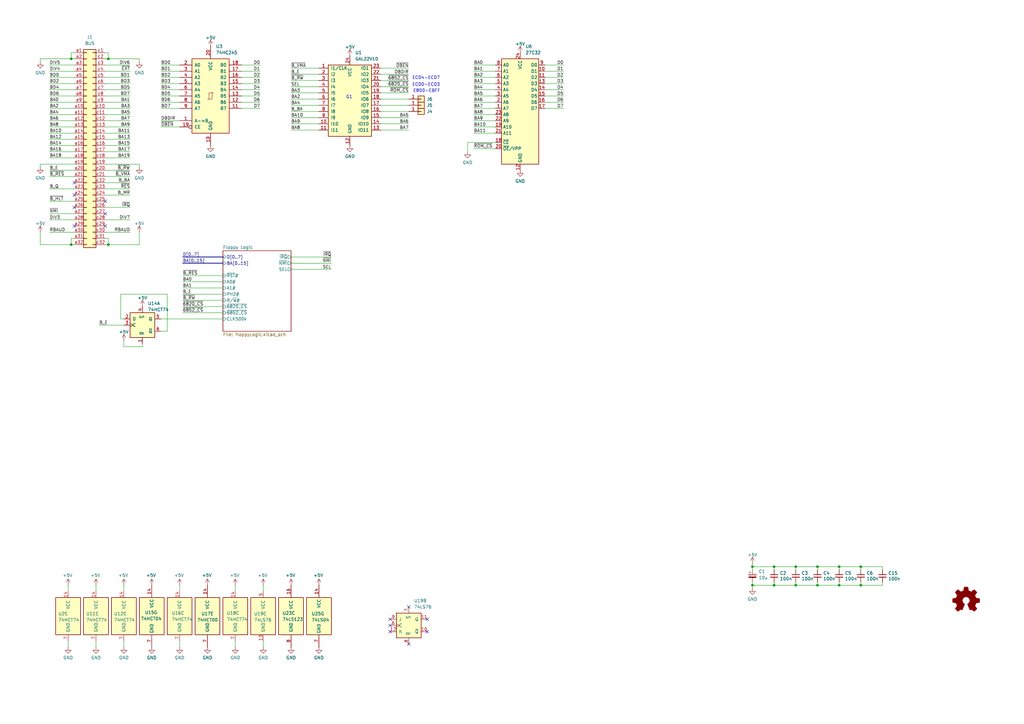
<source format=kicad_sch>
(kicad_sch (version 20250114) (generator "eeschema") (generator_version "9.0")
  (paper "A3")
  (title_block (title "Exorset Floppy") (date "2025-08-22") (rev "v0.1") (company "100% Offner") (comment 1 "Exorset Floppy Controller for kees1948 UniFLEX System") (comment 2 "v0.1:Initial"))
  (text "EC00-EC03" (at 174.752 34.798 0) (effects (font (size 1.27 1.27))))
  (text "G1\n" (at 143.256 39.878 0) (effects (font (size 1.27 1.27))))
  (text "EC04-EC07" (at 174.752 32.004 0) (effects (font (size 1.27 1.27))))
  (text "E800-EBFF\n" (at 175.006 37.338 0) (effects (font (size 1.27 1.27))))
  (junction (at 326.39 232.41))
  (junction (at 44.45 24.13))
  (junction (at 29.21 100.33))
  (junction (at 335.28 240.03))
  (junction (at 353.06 232.41))
  (junction (at 344.17 240.03))
  (junction (at 326.39 240.03))
  (junction (at 353.06 240.03))
  (junction (at 308.61 232.41))
  (junction (at 335.28 232.41))
  (junction (at 317.5 240.03))
  (junction (at 317.5 232.41))
  (junction (at 44.45 100.33))
  (junction (at 308.61 240.03))
  (junction (at 344.17 232.41))
  (junction (at 29.21 24.13))
  (no_connect (at 30.48 74.93))
  (no_connect (at 30.48 85.09))
  (no_connect (at 30.48 80.01))
  (no_connect (at 43.18 82.55))
  (no_connect (at 167.64 248.92))
  (no_connect (at 30.48 92.71))
  (no_connect (at 160.02 259.08))
  (no_connect (at 175.26 254))
  (no_connect (at 160.02 254))
  (no_connect (at 175.26 259.08))
  (no_connect (at 43.18 92.71))
  (no_connect (at 43.18 87.63))
  (no_connect (at 167.64 264.16))
  (no_connect (at 160.02 256.54))
  (wire (pts (xy 20.32 54.61) (xy 30.48 54.61)))
  (wire (pts (xy 156.21 35.56) (xy 167.64 35.56)))
  (wire (pts (xy 57.15 100.33) (xy 57.15 95.25)))
  (wire (pts (xy 361.95 233.68) (xy 361.95 232.41)))
  (wire (pts (xy 119.38 53.34) (xy 130.81 53.34)))
  (wire (pts (xy 20.32 44.45) (xy 30.48 44.45)))
  (wire (pts (xy 50.8 139.7) (xy 50.8 142.24)))
  (wire (pts (xy 335.28 233.68) (xy 335.28 232.41)))
  (wire (pts (xy 223.52 41.91) (xy 231.14 41.91)))
  (wire (pts (xy 99.06 36.83) (xy 106.68 36.83)))
  (wire (pts (xy 43.18 69.85) (xy 53.34 69.85)))
  (wire (pts (xy 43.18 34.29) (xy 53.34 34.29)))
  (wire (pts (xy 308.61 232.41) (xy 308.61 233.68)))
  (wire (pts (xy 43.18 62.23) (xy 53.34 62.23)))
  (wire (pts (xy 43.18 54.61) (xy 53.34 54.61)))
  (wire (pts (xy 223.52 31.75) (xy 231.14 31.75)))
  (wire (pts (xy 344.17 233.68) (xy 344.17 232.41)))
  (wire (pts (xy 43.18 59.69) (xy 53.34 59.69)))
  (wire (pts (xy 335.28 240.03) (xy 335.28 238.76)))
  (wire (pts (xy 39.37 240.03) (xy 39.37 242.57)))
  (wire (pts (xy 99.06 39.37) (xy 106.68 39.37)))
  (wire (pts (xy 74.93 115.57) (xy 91.44 115.57)))
  (wire (pts (xy 66.04 135.89) (xy 68.58 135.89)))
  (wire (pts (xy 74.93 120.65) (xy 91.44 120.65)))
  (wire (pts (xy 20.32 57.15) (xy 30.48 57.15)))
  (wire (pts (xy 156.21 30.48) (xy 167.64 30.48)))
  (wire (pts (xy 44.45 24.13) (xy 43.18 24.13)))
  (wire (pts (xy 20.32 26.67) (xy 30.48 26.67)))
  (wire (pts (xy 66.04 31.75) (xy 73.66 31.75)))
  (wire (pts (xy 308.61 231.14) (xy 308.61 232.41)))
  (wire (pts (xy 119.38 45.72) (xy 130.81 45.72)))
  (wire (pts (xy 20.32 29.21) (xy 30.48 29.21)))
  (wire (pts (xy 57.15 67.31) (xy 57.15 68.58)))
  (wire (pts (xy 57.15 24.13) (xy 57.15 25.4)))
  (wire (pts (xy 43.18 46.99) (xy 53.34 46.99)))
  (wire (pts (xy 43.18 36.83) (xy 53.34 36.83)))
  (wire (pts (xy 43.18 41.91) (xy 53.34 41.91)))
  (wire (pts (xy 20.32 72.39) (xy 30.48 72.39)))
  (wire (pts (xy 194.31 41.91) (xy 203.2 41.91)))
  (wire (pts (xy 20.32 34.29) (xy 30.48 34.29)))
  (wire (pts (xy 20.32 49.53) (xy 30.48 49.53)))
  (wire (pts (xy 107.95 240.03) (xy 107.95 242.57)))
  (wire (pts (xy 44.45 24.13) (xy 57.15 24.13)))
  (wire (pts (xy 74.93 113.03) (xy 91.44 113.03)))
  (wire (pts (xy 223.52 36.83) (xy 231.14 36.83)))
  (wire (pts (xy 16.51 24.13) (xy 16.51 25.4)))
  (wire (pts (xy 66.04 34.29) (xy 73.66 34.29)))
  (wire (pts (xy 194.31 29.21) (xy 203.2 29.21)))
  (wire (pts (xy 43.18 67.31) (xy 57.15 67.31)))
  (wire (pts (xy 194.31 36.83) (xy 203.2 36.83)))
  (wire (pts (xy 353.06 240.03) (xy 353.06 238.76)))
  (wire (pts (xy 223.52 26.67) (xy 231.14 26.67)))
  (wire (pts (xy 20.32 39.37) (xy 30.48 39.37)))
  (wire (pts (xy 156.21 53.34) (xy 167.64 53.34)))
  (wire (pts (xy 361.95 240.03) (xy 361.95 238.76)))
  (bus (pts (xy 74.93 105.41) (xy 91.44 105.41)))
  (wire (pts (xy 66.04 29.21) (xy 73.66 29.21)))
  (wire (pts (xy 43.18 64.77) (xy 53.34 64.77)))
  (wire (pts (xy 20.32 41.91) (xy 30.48 41.91)))
  (wire (pts (xy 73.66 262.89) (xy 73.66 265.43)))
  (wire (pts (xy 43.18 44.45) (xy 53.34 44.45)))
  (wire (pts (xy 194.31 49.53) (xy 203.2 49.53)))
  (wire (pts (xy 353.06 232.41) (xy 361.95 232.41)))
  (wire (pts (xy 43.18 31.75) (xy 53.34 31.75)))
  (wire (pts (xy 20.32 46.99) (xy 30.48 46.99)))
  (wire (pts (xy 43.18 29.21) (xy 53.34 29.21)))
  (wire (pts (xy 191.77 58.42) (xy 191.77 62.23)))
  (wire (pts (xy 20.32 59.69) (xy 30.48 59.69)))
  (wire (pts (xy 156.21 45.72) (xy 167.64 45.72)))
  (wire (pts (xy 66.04 130.81) (xy 91.44 130.81)))
  (wire (pts (xy 66.04 41.91) (xy 73.66 41.91)))
  (wire (pts (xy 194.31 34.29) (xy 203.2 34.29)))
  (wire (pts (xy 96.52 262.89) (xy 96.52 265.43)))
  (wire (pts (xy 20.32 77.47) (xy 30.48 77.47)))
  (wire (pts (xy 20.32 82.55) (xy 30.48 82.55)))
  (wire (pts (xy 191.77 58.42) (xy 203.2 58.42)))
  (wire (pts (xy 74.93 123.19) (xy 91.44 123.19)))
  (wire (pts (xy 20.32 31.75) (xy 30.48 31.75)))
  (wire (pts (xy 156.21 50.8) (xy 167.64 50.8)))
  (wire (pts (xy 99.06 29.21) (xy 106.68 29.21)))
  (wire (pts (xy 156.21 43.18) (xy 167.64 43.18)))
  (wire (pts (xy 194.31 44.45) (xy 203.2 44.45)))
  (wire (pts (xy 50.8 240.03) (xy 50.8 242.57)))
  (wire (pts (xy 119.38 48.26) (xy 130.81 48.26)))
  (wire (pts (xy 308.61 232.41) (xy 317.5 232.41)))
  (wire (pts (xy 119.38 43.18) (xy 130.81 43.18)))
  (wire (pts (xy 119.38 33.02) (xy 130.81 33.02)))
  (wire (pts (xy 29.21 100.33) (xy 16.51 100.33)))
  (wire (pts (xy 16.51 100.33) (xy 16.51 95.25)))
  (wire (pts (xy 119.38 107.95) (xy 135.89 107.95)))
  (wire (pts (xy 66.04 26.67) (xy 73.66 26.67)))
  (wire (pts (xy 119.38 30.48) (xy 130.81 30.48)))
  (wire (pts (xy 43.18 74.93) (xy 53.34 74.93)))
  (wire (pts (xy 43.18 80.01) (xy 53.34 80.01)))
  (wire (pts (xy 66.04 39.37) (xy 73.66 39.37)))
  (wire (pts (xy 119.38 27.94) (xy 130.81 27.94)))
  (wire (pts (xy 43.18 39.37) (xy 53.34 39.37)))
  (wire (pts (xy 326.39 240.03) (xy 326.39 238.76)))
  (wire (pts (xy 317.5 240.03) (xy 308.61 240.03)))
  (wire (pts (xy 223.52 34.29) (xy 231.14 34.29)))
  (wire (pts (xy 353.06 240.03) (xy 361.95 240.03)))
  (wire (pts (xy 99.06 31.75) (xy 106.68 31.75)))
  (wire (pts (xy 20.32 64.77) (xy 30.48 64.77)))
  (wire (pts (xy 326.39 232.41) (xy 335.28 232.41)))
  (wire (pts (xy 119.38 35.56) (xy 130.81 35.56)))
  (wire (pts (xy 99.06 41.91) (xy 106.68 41.91)))
  (wire (pts (xy 39.37 262.89) (xy 39.37 265.43)))
  (wire (pts (xy 44.45 21.59) (xy 44.45 24.13)))
  (wire (pts (xy 107.95 262.89) (xy 107.95 265.43)))
  (wire (pts (xy 43.18 90.17) (xy 53.34 90.17)))
  (wire (pts (xy 68.58 120.65) (xy 49.53 120.65)))
  (wire (pts (xy 353.06 233.68) (xy 353.06 232.41)))
  (wire (pts (xy 30.48 100.33) (xy 29.21 100.33)))
  (wire (pts (xy 99.06 26.67) (xy 106.68 26.67)))
  (wire (pts (xy 74.93 118.11) (xy 91.44 118.11)))
  (wire (pts (xy 119.38 40.64) (xy 130.81 40.64)))
  (wire (pts (xy 58.42 142.24) (xy 58.42 140.97)))
  (wire (pts (xy 20.32 90.17) (xy 30.48 90.17)))
  (wire (pts (xy 27.94 240.03) (xy 27.94 242.57)))
  (wire (pts (xy 194.31 54.61) (xy 203.2 54.61)))
  (wire (pts (xy 43.18 77.47) (xy 53.34 77.47)))
  (wire (pts (xy 43.18 85.09) (xy 53.34 85.09)))
  (wire (pts (xy 20.32 95.25) (xy 30.48 95.25)))
  (wire (pts (xy 194.31 39.37) (xy 203.2 39.37)))
  (wire (pts (xy 156.21 33.02) (xy 167.64 33.02)))
  (wire (pts (xy 43.18 100.33) (xy 44.45 100.33)))
  (wire (pts (xy 119.38 50.8) (xy 130.81 50.8)))
  (wire (pts (xy 335.28 240.03) (xy 344.17 240.03)))
  (wire (pts (xy 29.21 21.59) (xy 29.21 24.13)))
  (wire (pts (xy 308.61 241.3) (xy 308.61 240.03)))
  (wire (pts (xy 50.8 142.24) (xy 58.42 142.24)))
  (wire (pts (xy 20.32 36.83) (xy 30.48 36.83)))
  (wire (pts (xy 317.5 240.03) (xy 317.5 238.76)))
  (wire (pts (xy 344.17 240.03) (xy 344.17 238.76)))
  (wire (pts (xy 30.48 21.59) (xy 29.21 21.59)))
  (wire (pts (xy 317.5 233.68) (xy 317.5 232.41)))
  (wire (pts (xy 44.45 100.33) (xy 57.15 100.33)))
  (wire (pts (xy 119.38 105.41) (xy 135.89 105.41)))
  (wire (pts (xy 326.39 240.03) (xy 335.28 240.03)))
  (wire (pts (xy 344.17 232.41) (xy 353.06 232.41)))
  (wire (pts (xy 74.93 128.27) (xy 91.44 128.27)))
  (wire (pts (xy 27.94 262.89) (xy 27.94 265.43)))
  (wire (pts (xy 30.48 97.79) (xy 29.21 97.79)))
  (wire (pts (xy 96.52 240.03) (xy 96.52 242.57)))
  (wire (pts (xy 43.18 95.25) (xy 53.34 95.25)))
  (wire (pts (xy 66.04 44.45) (xy 73.66 44.45)))
  (wire (pts (xy 43.18 97.79) (xy 44.45 97.79)))
  (wire (pts (xy 194.31 46.99) (xy 203.2 46.99)))
  (wire (pts (xy 223.52 44.45) (xy 231.14 44.45)))
  (wire (pts (xy 29.21 24.13) (xy 30.48 24.13)))
  (wire (pts (xy 99.06 44.45) (xy 106.68 44.45)))
  (wire (pts (xy 119.38 110.49) (xy 135.89 110.49)))
  (wire (pts (xy 29.21 97.79) (xy 29.21 100.33)))
  (wire (pts (xy 223.52 39.37) (xy 231.14 39.37)))
  (wire (pts (xy 20.32 52.07) (xy 30.48 52.07)))
  (wire (pts (xy 194.31 60.96) (xy 203.2 60.96)))
  (wire (pts (xy 16.51 67.31) (xy 30.48 67.31)))
  (wire (pts (xy 156.21 40.64) (xy 167.64 40.64)))
  (wire (pts (xy 44.45 97.79) (xy 44.45 100.33)))
  (wire (pts (xy 43.18 26.67) (xy 53.34 26.67)))
  (wire (pts (xy 326.39 233.68) (xy 326.39 232.41)))
  (wire (pts (xy 40.64 133.35) (xy 50.8 133.35)))
  (wire (pts (xy 43.18 72.39) (xy 53.34 72.39)))
  (wire (pts (xy 156.21 27.94) (xy 167.64 27.94)))
  (wire (pts (xy 223.52 29.21) (xy 231.14 29.21)))
  (wire (pts (xy 68.58 135.89) (xy 68.58 120.65)))
  (wire (pts (xy 66.04 36.83) (xy 73.66 36.83)))
  (wire (pts (xy 49.53 120.65) (xy 49.53 130.81)))
  (wire (pts (xy 156.21 38.1) (xy 167.64 38.1)))
  (wire (pts (xy 50.8 262.89) (xy 50.8 265.43)))
  (wire (pts (xy 335.28 232.41) (xy 344.17 232.41)))
  (wire (pts (xy 29.21 24.13) (xy 16.51 24.13)))
  (wire (pts (xy 43.18 21.59) (xy 44.45 21.59)))
  (wire (pts (xy 43.18 52.07) (xy 53.34 52.07)))
  (wire (pts (xy 344.17 240.03) (xy 353.06 240.03)))
  (wire (pts (xy 74.93 125.73) (xy 91.44 125.73)))
  (wire (pts (xy 43.18 57.15) (xy 53.34 57.15)))
  (wire (pts (xy 119.38 38.1) (xy 130.81 38.1)))
  (wire (pts (xy 317.5 232.41) (xy 326.39 232.41)))
  (wire (pts (xy 317.5 240.03) (xy 326.39 240.03)))
  (wire (pts (xy 194.31 31.75) (xy 203.2 31.75)))
  (wire (pts (xy 16.51 67.31) (xy 16.51 68.58)))
  (wire (pts (xy 194.31 52.07) (xy 203.2 52.07)))
  (wire (pts (xy 20.32 69.85) (xy 30.48 69.85)))
  (bus (pts (xy 74.93 107.95) (xy 91.44 107.95)))
  (wire (pts (xy 20.32 87.63) (xy 30.48 87.63)))
  (wire (pts (xy 194.31 26.67) (xy 203.2 26.67)))
  (wire (pts (xy 308.61 240.03) (xy 308.61 238.76)))
  (wire (pts (xy 43.18 49.53) (xy 53.34 49.53)))
  (wire (pts (xy 156.21 48.26) (xy 167.64 48.26)))
  (wire (pts (xy 66.04 49.53) (xy 73.66 49.53)))
  (wire (pts (xy 66.04 52.07) (xy 73.66 52.07)))
  (wire (pts (xy 20.32 62.23) (xy 30.48 62.23)))
  (wire (pts (xy 49.53 130.81) (xy 50.8 130.81)))
  (wire (pts (xy 99.06 34.29) (xy 106.68 34.29)))
  (wire (pts (xy 73.66 240.03) (xy 73.66 242.57)))
  (label "BD0" (at 66.04 26.67 0))
  (label "D1" (at 106.68 29.21 180))
  (label "BA7" (at 53.34 49.53 180))
  (label "D3" (at 231.14 34.29 180))
  (label "BA7" (at 194.31 44.45 0))
  (label "BD6" (at 66.04 41.91 0))
  (label "BA9" (at 194.31 49.53 0))
  (label "BD6" (at 20.32 39.37 0))
  (label "BA2" (at 20.32 44.45 0))
  (label "BA10" (at 119.38 48.26 0))
  (label "BA1" (at 74.93 118.11 0))
  (label "DIV6" (at 53.34 26.67 180))
  (label "B_MR" (at 53.34 80.01 180))
  (label "~{B_VMA}" (at 53.34 72.39 180))
  (label "BA15" (at 53.34 59.69 180))
  (label "D6" (at 106.68 41.91 180))
  (label "BA1" (at 53.34 41.91 180))
  (label "BA0" (at 20.32 41.91 0))
  (label "SEL" (at 119.38 35.56 0))
  (label "D1" (at 231.14 29.21 180))
  (label "BA6" (at 167.64 50.8 180))
  (label "~{ROM_CS}" (at 194.31 60.96 0))
  (label "BA17" (at 53.34 62.23 180))
  (label "B_E" (at 40.64 133.35 0))
  (label "~{EXT}" (at 53.34 29.21 180))
  (label "D0" (at 231.14 26.67 180))
  (label "B_E" (at 20.32 69.85 0))
  (label "D7" (at 231.14 44.45 180))
  (label "BA11" (at 53.34 54.61 180))
  (label "BA10" (at 20.32 54.61 0))
  (label "D4" (at 231.14 36.83 180))
  (label "~{IRQ}" (at 135.89 105.41 180))
  (label "BA19" (at 53.34 64.77 180))
  (label "DBDIR" (at 66.04 49.53 0))
  (label "DIV3" (at 20.32 90.17 0))
  (label "BD7" (at 53.34 39.37 180))
  (label "~{6852_CS}" (at 167.64 33.02 180))
  (label "BA5" (at 167.64 48.26 180))
  (label "BA[0..15]" (at 74.93 107.95 0))
  (label "BD0" (at 20.32 31.75 0))
  (label "BA3" (at 119.38 38.1 0))
  (label "BD4" (at 20.32 36.83 0))
  (label "BD7" (at 66.04 44.45 0))
  (label "~{RES}" (at 53.34 77.47 180))
  (label "D2" (at 106.68 31.75 180))
  (label "~{B_RES}" (at 20.32 72.39 0))
  (label "~{B_RW}" (at 74.93 123.19 0))
  (label "BA9" (at 119.38 50.8 0))
  (label "BD5" (at 53.34 36.83 180))
  (label "BA10" (at 194.31 52.07 0))
  (label "B_BA" (at 119.38 45.72 0))
  (label "BA8" (at 20.32 52.07 0))
  (label "DIV7" (at 53.34 90.17 180))
  (label "BA0" (at 194.31 26.67 0))
  (label "BA12" (at 20.32 57.15 0))
  (label "BD3" (at 53.34 34.29 180))
  (label "BA8" (at 194.31 46.99 0))
  (label "BA1" (at 194.31 29.21 0))
  (label "DIV5" (at 20.32 26.67 0))
  (label "B_Q" (at 20.32 77.47 0))
  (label "~{NMI}" (at 135.89 107.95 180))
  (label "~{6820_CS}" (at 74.93 125.73 0))
  (label "~{B_HLT}" (at 20.32 82.55 0))
  (label "D[0..7]" (at 74.93 105.41 0))
  (label "~{B_RW}" (at 53.34 69.85 180))
  (label "BA0" (at 74.93 115.57 0))
  (label "BA2" (at 119.38 40.64 0))
  (label "BA16" (at 20.32 62.23 0))
  (label "~{B_RES}" (at 74.93 113.03 0))
  (label "BD2" (at 20.32 34.29 0))
  (label "D0" (at 106.68 26.67 180))
  (label "B_BA" (at 53.34 74.93 180))
  (label "D7" (at 106.68 44.45 180))
  (label "D5" (at 231.14 39.37 180))
  (label "D2" (at 231.14 31.75 180))
  (label "BA4" (at 194.31 36.83 0))
  (label "BA6" (at 20.32 49.53 0))
  (label "BD1" (at 53.34 31.75 180))
  (label "B_E" (at 74.93 120.65 0))
  (label "BA6" (at 194.31 41.91 0))
  (label "BD4" (at 66.04 36.83 0))
  (label "B_E" (at 119.38 30.48 0))
  (label "~{NMI}" (at 20.32 87.63 0))
  (label "D3" (at 106.68 34.29 180))
  (label "BA4" (at 20.32 46.99 0))
  (label "BD5" (at 66.04 39.37 0))
  (label "BA11" (at 194.31 54.61 0))
  (label "~{IRQ}" (at 53.34 85.09 180))
  (label "BA3" (at 53.34 44.45 180))
  (label "BA4" (at 119.38 43.18 0))
  (label "BD3" (at 66.04 34.29 0))
  (label "BA14" (at 20.32 59.69 0))
  (label "~{B_VMA}" (at 119.38 27.94 0))
  (label "BA5" (at 53.34 46.99 180))
  (label "RBAUD" (at 20.32 95.25 0))
  (label "~{6820_CS}" (at 167.64 35.56 180))
  (label "BA3" (at 194.31 34.29 0))
  (label "D5" (at 106.68 39.37 180))
  (label "D6" (at 231.14 41.91 180))
  (label "~{DBEN}" (at 66.04 52.07 0))
  (label "D4" (at 106.68 36.83 180))
  (label "BA2" (at 194.31 31.75 0))
  (label "BA7" (at 167.64 53.34 180))
  (label "RBAUD" (at 53.34 95.25 180))
  (label "BD2" (at 66.04 31.75 0))
  (label "SEL" (at 135.89 110.49 180))
  (label "~{6852_CS}" (at 74.93 128.27 0))
  (label "BA18" (at 20.32 64.77 0))
  (label "~{B_RW}" (at 119.38 33.02 0))
  (label "~{ROM_CS}" (at 167.64 38.1 180))
  (label "BA9" (at 53.34 52.07 180))
  (label "BD1" (at 66.04 29.21 0))
  (label "~{DBEN}" (at 167.64 27.94 180))
  (label "DBDIR" (at 167.64 30.48 180))
  (label "BA5" (at 194.31 39.37 0))
  (label "BA13" (at 53.34 57.15 180))
  (label "BA8" (at 119.38 53.34 0))
  (label "DIV4" (at 20.32 29.21 0))
  (symbol (lib_id "power:+5V") (at 107.95 240.03 0) (unit 1)
    (property "Reference" "#PWR082" (effects (hide yes)))
    (property "Value" "+5V" (at 107.696 235.966 0))
    (property "Description" "Power symbol creates a global label with name \"+5V\"" (effects (hide yes)))
  )
  (symbol (lib_id "power:+5V") (at 50.8 240.03 0) (unit 1)
    (property "Reference" "#PWR084" (effects (hide yes)))
    (property "Value" "+5V" (at 50.546 235.966 0))
    (property "Description" "Power symbol creates a global label with name \"+5V\"" (effects (hide yes)))
  )
  (symbol (lib_id "power:+5V") (at 50.8 139.7 0) (mirror y) (unit 1)
    (property "Reference" "#PWR040" (effects (hide yes)))
    (property "Value" "+5V" (at 50.8 136.1242 0))
    (property "Description" "Power symbol creates a global label with name \"+5V\"" (effects (hide yes)))
  )
  (symbol (lib_id "Graphic:Logo_Open_Hardware_Small") (at 396.24 246.38 0) (unit 1) (exclude_from_sim yes) (in_bom no) (on_board no)
    (property "Reference" "#SYM1" (effects (hide yes)))
    (property "Value" "Logo_Open_Hardware_Small" (effects (hide yes)))
    (property "Description" "Open Hardware logo, small" (effects (hide yes)))
  )
  (symbol (lib_id "Device:C_Small") (at 344.17 236.22 0) (unit 1)
    (property "Reference" "C5" (at 346.5068 235.0516 0) (effects (justify left)))
    (property "Value" "100n" (at 346.5068 237.363 0) (effects (justify left)))
    (property "Footprint" "Capacitor_SMD:C_1206_3216Metric_Pad1.33x1.80mm_HandSolder" (effects (hide yes)))
    (property "Description" "Unpolarized capacitor, small symbol" (effects (hide yes)))
  )
  (symbol (lib_id "power:GND") (at 107.95 265.43 0) (unit 1)
    (property "Reference" "#PWR077" (effects (hide yes)))
    (property "Value" "GND" (at 107.95 269.748 0))
    (property "Description" "Power symbol creates a global label with name \"GND\" , ground" (effects (hide yes)))
  )
  (symbol (lib_id "power:+5V") (at 62.23 240.03 0) (unit 1)
    (property "Reference" "#PWR079" (effects (hide yes)))
    (property "Value" "+5V" (at 61.976 235.966 0))
    (property "Description" "Power symbol creates a global label with name \"+5V\"" (effects (hide yes)))
  )
  (symbol (lib_id "power:+5V") (at 143.51 22.86 0) (mirror y) (unit 1)
    (property "Reference" "#PWR25" (effects (hide yes)))
    (property "Value" "+5V" (at 143.51 19.2842 0))
    (property "Description" "Power symbol creates a global label with name \"+5V\"" (effects (hide yes)))
  )
  (symbol (lib_id "Device:C_Small") (at 361.95 236.22 0) (unit 1)
    (property "Reference" "C15" (at 364.2868 235.0516 0) (effects (justify left)))
    (property "Value" "100n" (at 364.2868 237.363 0) (effects (justify left)))
    (property "Footprint" "Capacitor_SMD:C_1206_3216Metric_Pad1.33x1.80mm_HandSolder" (effects (hide yes)))
    (property "Description" "Unpolarized capacitor, small symbol" (effects (hide yes)))
  )
  (symbol (lib_id "74xx:74HC245") (at 86.36 39.37 0) (unit 1)
    (property "Reference" "U3" (at 88.5541 19.05 0) (effects (justify left)))
    (property "Value" "74HC245" (at 88.5541 21.59 0) (effects (justify left)))
    (property "Footprint" "Package_DIP:DIP-20_W7.62mm" (effects (hide yes)))
    (property "Datasheet" "http://www.ti.com/lit/gpn/sn74HC245" (effects (hide yes)))
    (property "Description" "Octal BUS Transceivers, 3-State outputs" (effects (hide yes)))
  )
  (symbol (lib_id "power:GND") (at 143.51 59.69 0) (unit 1)
    (property "Reference" "#PWR26" (effects (hide yes)))
    (property "Value" "GND" (at 143.51 64.1334 0))
    (property "Description" "Power symbol creates a global label with name \"GND\" , ground" (effects (hide yes)))
  )
  (symbol (lib_id "74xx:74LS74") (at 50.8 252.73 0) (unit 3)
    (property "Reference" "U12" (at 46.736 251.714 0) (effects (justify left)))
    (property "Value" "74HCT74" (at 46.736 254.254 0) (effects (justify left)))
    (property "Footprint" "Package_DIP:DIP-14_W7.62mm" (effects (hide yes)))
    (property "Datasheet" "74xx/74hc_hct74.pdf" (effects (hide yes)))
    (property "Description" "Dual D Flip-flop, Set & Reset" (effects (hide yes)))
  )
  (symbol (lib_id "74xx:74LS74") (at 58.42 133.35 0) (unit 1)
    (property "Reference" "U14" (at 60.6141 124.46 0) (effects (justify left)))
    (property "Value" "74HCT74" (at 60.6141 127 0) (effects (justify left)))
    (property "Footprint" "Package_DIP:DIP-14_W7.62mm" (effects (hide yes)))
    (property "Datasheet" "74xx/74hc_hct74.pdf" (effects (hide yes)))
    (property "Description" "Dual D Flip-flop, Set & Reset" (effects (hide yes)))
  )
  (symbol (lib_id "power:GND") (at 213.36 69.85 0) (unit 1)
    (property "Reference" "#PWR015" (effects (hide yes)))
    (property "Value" "GND" (at 213.36 74.2934 0))
    (property "Description" "Power symbol creates a global label with name \"GND\" , ground" (effects (hide yes)))
  )
  (symbol (lib_id "power:GND") (at 119.38 265.43 0) (unit 1)
    (property "Reference" "#PWR04" (effects (hide yes)))
    (property "Value" "GND" (at 119.38 269.748 0))
    (property "Description" "Power symbol creates a global label with name \"GND\" , ground" (effects (hide yes)))
  )
  (symbol (lib_id "74xx:74LS04") (at 130.81 252.73 0) (unit 7)
    (property "Reference" "U25" (at 127.762 251.714 0) (effects (justify left)))
    (property "Value" "74LS04" (at 127.762 254.254 0) (effects (justify left)))
    (property "Footprint" "Package_DIP:DIP-14_W7.62mm" (effects (hide yes)))
    (property "Datasheet" "http://www.ti.com/lit/gpn/sn74LS04" (effects (hide yes)))
    (property "Description" "Hex Inverter" (effects (hide yes)))
  )
  (symbol (lib_id "74xx:74LS74") (at 73.66 252.73 0) (unit 3)
    (property "Reference" "U16" (at 70.358 251.46 0) (effects (justify left)))
    (property "Value" "74HCT74" (at 70.358 254 0) (effects (justify left)))
    (property "Footprint" "Package_DIP:DIP-14_W7.62mm" (effects (hide yes)))
    (property "Datasheet" "74xx/74hc_hct74.pdf" (effects (hide yes)))
    (property "Description" "Dual D Flip-flop, Set & Reset" (effects (hide yes)))
  )
  (symbol (lib_id "74xx:74LS76") (at 107.95 252.73 0) (unit 3)
    (property "Reference" "U19" (at 104.14 251.714 0) (effects (justify left)))
    (property "Value" "74LS76" (at 104.14 254.254 0) (effects (justify left)))
    (property "Footprint" "Package_DIP:DIP-16_W7.62mm" (effects (hide yes)))
    (property "Datasheet" "http://www.ti.com/lit/gpn/sn74LS76" (effects (hide yes)))
    (property "Description" "Dual JK Flip-flop, Set & Reset" (effects (hide yes)))
  )
  (symbol (lib_id "74xx:74LS04") (at 62.23 252.73 0) (unit 7)
    (property "Reference" "U15" (at 61.976 251.206 0))
    (property "Value" "74HCT04" (at 61.976 253.746 0))
    (property "Footprint" "Package_DIP:DIP-14_W7.62mm" (effects (hide yes)))
    (property "Datasheet" "http://www.ti.com/lit/gpn/sn74LS04" (effects (hide yes)))
    (property "Description" "Hex Inverter" (effects (hide yes)))
  )
  (symbol (lib_id "power:GND") (at 39.37 265.43 0) (unit 1)
    (property "Reference" "#PWR072" (effects (hide yes)))
    (property "Value" "GND" (at 39.37 269.748 0))
    (property "Description" "Power symbol creates a global label with name \"GND\" , ground" (effects (hide yes)))
  )
  (symbol (lib_id "power:GND") (at 16.51 25.4 0) (mirror y) (unit 1)
    (property "Reference" "#PWR5" (effects (hide yes)))
    (property "Value" "GND" (at 16.51 29.8434 0))
    (property "Description" "Power symbol creates a global label with name \"GND\" , ground" (effects (hide yes)))
  )
  (symbol (lib_id "power:GND") (at 50.8 265.43 0) (unit 1)
    (property "Reference" "#PWR074" (effects (hide yes)))
    (property "Value" "GND" (at 50.8 269.748 0))
    (property "Description" "Power symbol creates a global label with name \"GND\" , ground" (effects (hide yes)))
  )
  (symbol (lib_id "power:GND") (at 308.61 241.3 0) (mirror y) (unit 1)
    (property "Reference" "#PWR23" (effects (hide yes)))
    (property "Value" "GND" (at 308.61 245.7434 0))
    (property "Description" "Power symbol creates a global label with name \"GND\" , ground" (effects (hide yes)))
  )
  (symbol (lib_id "Device:C_Small") (at 353.06 236.22 0) (unit 1)
    (property "Reference" "C6" (at 355.3968 235.0516 0) (effects (justify left)))
    (property "Value" "100n" (at 355.3968 237.363 0) (effects (justify left)))
    (property "Footprint" "Capacitor_SMD:C_1206_3216Metric_Pad1.33x1.80mm_HandSolder" (effects (hide yes)))
    (property "Description" "Unpolarized capacitor, small symbol" (effects (hide yes)))
  )
  (symbol (lib_id "Connector_Generic:Conn_01x01") (at 172.72 40.64 0) (unit 1)
    (property "Reference" "J6" (at 175.006 40.64 0) (effects (justify left)))
    (property "Value" "Conn_01x01" (effects (hide yes)))
    (property "Footprint" "Connector_PinHeader_1.27mm:PinHeader_1x01_P1.27mm_Vertical" (effects (hide yes)))
    (property "Description" "Generic connector, single row, 01x01, script generated (kicad-library-utils/schlib/autogen/connector/)" (effects (hide yes)))
  )
  (symbol (lib_id "power:+5V") (at 73.66 240.03 0) (unit 1)
    (property "Reference" "#PWR080" (effects (hide yes)))
    (property "Value" "+5V" (at 73.406 235.966 0))
    (property "Description" "Power symbol creates a global label with name \"+5V\"" (effects (hide yes)))
  )
  (symbol (lib_id "power:+5V") (at 58.42 125.73 0) (mirror y) (unit 1)
    (property "Reference" "#PWR039" (effects (hide yes)))
    (property "Value" "+5V" (at 58.42 122.1542 0))
    (property "Description" "Power symbol creates a global label with name \"+5V\"" (effects (hide yes)))
  )
  (symbol (lib_id "Device:C_Small") (at 335.28 236.22 0) (unit 1)
    (property "Reference" "C4" (at 337.6168 235.0516 0) (effects (justify left)))
    (property "Value" "100n" (at 337.6168 237.363 0) (effects (justify left)))
    (property "Footprint" "Capacitor_SMD:C_1206_3216Metric_Pad1.33x1.80mm_HandSolder" (effects (hide yes)))
    (property "Description" "Unpolarized capacitor, small symbol" (effects (hide yes)))
  )
  (symbol (lib_id "power:+5V") (at 86.36 19.05 0) (mirror y) (unit 1)
    (property "Reference" "#PWR11" (effects (hide yes)))
    (property "Value" "+5V" (at 86.36 15.4742 0))
    (property "Description" "Power symbol creates a global label with name \"+5V\"" (effects (hide yes)))
  )
  (symbol (lib_id "power:+5V") (at 85.09 240.03 0) (unit 1)
    (property "Reference" "#PWR078" (effects (hide yes)))
    (property "Value" "+5V" (at 84.836 235.966 0))
    (property "Description" "Power symbol creates a global label with name \"+5V\"" (effects (hide yes)))
  )
  (symbol (lib_id "power:GND") (at 73.66 265.43 0) (unit 1)
    (property "Reference" "#PWR063" (effects (hide yes)))
    (property "Value" "GND" (at 73.66 269.748 0))
    (property "Description" "Power symbol creates a global label with name \"GND\" , ground" (effects (hide yes)))
  )
  (symbol (lib_id "power:GND") (at 191.77 62.23 0) (unit 1)
    (property "Reference" "#PWR016" (effects (hide yes)))
    (property "Value" "GND" (at 191.77 66.6734 0))
    (property "Description" "Power symbol creates a global label with name \"GND\" , ground" (effects (hide yes)))
  )
  (symbol (lib_id "power:GND") (at 96.52 265.43 0) (unit 1)
    (property "Reference" "#PWR076" (effects (hide yes)))
    (property "Value" "GND" (at 96.52 269.748 0))
    (property "Description" "Power symbol creates a global label with name \"GND\" , ground" (effects (hide yes)))
  )
  (symbol (lib_id "74xx:74LS00") (at 85.09 252.73 0) (unit 5)
    (property "Reference" "U17" (at 85.09 251.714 0))
    (property "Value" "74HCT00" (at 85.09 254.254 0))
    (property "Footprint" "Package_DIP:DIP-14_W7.62mm" (effects (hide yes)))
    (property "Datasheet" "http://www.ti.com/lit/gpn/sn74ls00" (effects (hide yes)))
    (property "Description" "quad 2-input NAND gate" (effects (hide yes)))
  )
  (symbol (lib_id "my_ics_new:GAL22V10") (at 143.51 40.64 0) (unit 1)
    (property "Reference" "U1" (at 145.6533 21.59 0) (effects (justify left)))
    (property "Value" "GAL22V10" (at 145.6533 24.13 0) (effects (justify left)))
    (property "Footprint" "Package_DIP:DIP-24_W7.62mm" (effects (hide yes)))
    (property "Description" "Programmable Logic Array, DIP-20/SOIC-20/PLCC-20" (effects (hide yes)))
  )
  (symbol (lib_id "Connector_Generic:Conn_01x01") (at 172.72 43.18 0) (unit 1)
    (property "Reference" "J5" (at 175.006 43.18 0) (effects (justify left)))
    (property "Value" "Conn_01x01" (effects (hide yes)))
    (property "Footprint" "Connector_PinHeader_1.27mm:PinHeader_1x01_P1.27mm_Vertical" (effects (hide yes)))
    (property "Description" "Generic connector, single row, 01x01, script generated (kicad-library-utils/schlib/autogen/connector/)" (effects (hide yes)))
  )
  (symbol (lib_id "power:GND") (at 85.09 265.43 0) (unit 1)
    (property "Reference" "#PWR062" (effects (hide yes)))
    (property "Value" "GND" (at 85.09 269.748 0))
    (property "Description" "Power symbol creates a global label with name \"GND\" , ground" (effects (hide yes)))
  )
  (symbol (lib_id "74xx:74LS74") (at 39.37 252.73 0) (unit 3)
    (property "Reference" "U11" (at 35.306 251.714 0) (effects (justify left)))
    (property "Value" "74HCT74" (at 35.306 254.254 0) (effects (justify left)))
    (property "Footprint" "Package_DIP:DIP-14_W7.62mm" (effects (hide yes)))
    (property "Datasheet" "74xx/74hc_hct74.pdf" (effects (hide yes)))
    (property "Description" "Dual D Flip-flop, Set & Reset" (effects (hide yes)))
  )
  (symbol (lib_id "power:+5V") (at 119.38 240.03 0) (unit 1)
    (property "Reference" "#PWR03" (effects (hide yes)))
    (property "Value" "+5V" (at 119.126 235.966 0))
    (property "Description" "Power symbol creates a global label with name \"+5V\"" (effects (hide yes)))
  )
  (symbol (lib_id "74xx:74LS74") (at 27.94 252.73 0) (unit 3)
    (property "Reference" "U2" (at 23.876 251.714 0) (effects (justify left)))
    (property "Value" "74HCT74" (at 23.876 254.254 0) (effects (justify left)))
    (property "Footprint" "Package_DIP:DIP-14_W7.62mm" (effects (hide yes)))
    (property "Datasheet" "74xx/74hc_hct74.pdf" (effects (hide yes)))
    (property "Description" "Dual D Flip-flop, Set & Reset" (effects (hide yes)))
  )
  (symbol (lib_id "Device:C_Small") (at 317.5 236.22 0) (unit 1)
    (property "Reference" "C2" (at 319.8368 235.0516 0) (effects (justify left)))
    (property "Value" "100n" (at 319.8368 237.363 0) (effects (justify left)))
    (property "Footprint" "Capacitor_SMD:C_1206_3216Metric_Pad1.33x1.80mm_HandSolder" (effects (hide yes)))
    (property "Description" "Unpolarized capacitor, small symbol" (effects (hide yes)))
  )
  (symbol (lib_id "Connector:DIN41612_02x32_AC") (at 35.56 59.69 0) (unit 1)
    (property "Reference" "J1" (at 36.83 15.24 0))
    (property "Value" "BUS" (at 36.83 17.78 0))
    (property "Footprint" "Connector_DIN:DIN41612_C_2x32_Male_Horizontal_THT" (effects (hide yes)))
    (property "Description" "DIN41612 connector, double row (AC), 02x32, script generated (kicad-library-utils/schlib/autogen/connector/)" (effects (hide yes)))
  )
  (symbol (lib_id "power:+5V") (at 27.94 240.03 0) (unit 1)
    (property "Reference" "#PWR086" (effects (hide yes)))
    (property "Value" "+5V" (at 27.686 235.966 0))
    (property "Description" "Power symbol creates a global label with name \"+5V\"" (effects (hide yes)))
  )
  (symbol (lib_id "power:GND") (at 62.23 265.43 0) (unit 1)
    (property "Reference" "#PWR061" (effects (hide yes)))
    (property "Value" "GND" (at 62.23 269.748 0))
    (property "Description" "Power symbol creates a global label with name \"GND\" , ground" (effects (hide yes)))
  )
  (symbol (lib_id "power:GND") (at 57.15 25.4 0) (unit 1)
    (property "Reference" "#PWR8" (effects (hide yes)))
    (property "Value" "GND" (at 57.15 29.8434 0))
    (property "Description" "Power symbol creates a global label with name \"GND\" , ground" (effects (hide yes)))
  )
  (symbol (lib_id "power:GND") (at 27.94 265.43 0) (unit 1)
    (property "Reference" "#PWR064" (effects (hide yes)))
    (property "Value" "GND" (at 27.94 269.748 0))
    (property "Description" "Power symbol creates a global label with name \"GND\" , ground" (effects (hide yes)))
  )
  (symbol (lib_id "Device:C_Small") (at 326.39 236.22 0) (unit 1)
    (property "Reference" "C3" (at 328.7268 235.0516 0) (effects (justify left)))
    (property "Value" "100n" (at 328.7268 237.363 0) (effects (justify left)))
    (property "Footprint" "Capacitor_SMD:C_1206_3216Metric_Pad1.33x1.80mm_HandSolder" (effects (hide yes)))
    (property "Description" "Unpolarized capacitor, small symbol" (effects (hide yes)))
  )
  (symbol (lib_id "power:GND") (at 16.51 68.58 0) (unit 1)
    (property "Reference" "#PWR6" (effects (hide yes)))
    (property "Value" "GND" (at 16.51 73.0234 0))
    (property "Description" "Power symbol creates a global label with name \"GND\" , ground" (effects (hide yes)))
  )
  (symbol (lib_id "power:+5V") (at 16.51 95.25 0) (unit 1)
    (property "Reference" "#PWR7" (effects (hide yes)))
    (property "Value" "+5V" (at 16.51 91.6742 0))
    (property "Description" "Power symbol creates a global label with name \"+5V\"" (effects (hide yes)))
  )
  (symbol (lib_id "74xx:74LS123") (at 119.38 252.73 0) (unit 3)
    (property "Reference" "U23" (at 115.824 251.46 0) (effects (justify left)))
    (property "Value" "74LS123" (at 115.824 254 0) (effects (justify left)))
    (property "Footprint" "Package_DIP:DIP-16_W7.62mm" (effects (hide yes)))
    (property "Datasheet" "http://www.ti.com/lit/gpn/sn74LS123" (effects (hide yes)))
    (property "Description" "Dual retriggerable Monostable" (effects (hide yes)))
  )
  (symbol (lib_id "my_ics_new:27C32") (at 213.36 46.99 0) (unit 1)
    (property "Reference" "U6" (at 215.5033 19.05 0) (effects (justify left)))
    (property "Value" "27C32" (at 215.5033 21.59 0) (effects (justify left)))
    (property "Footprint" "Package_DIP:DIP-24_W15.24mm" (effects (hide yes)))
    (property "Description" "OTP EPROM 32 KiBit, [Obsolete 2004-01]" (effects (hide yes)))
  )
  (symbol (lib_id "power:+5V") (at 39.37 240.03 0) (unit 1)
    (property "Reference" "#PWR083" (effects (hide yes)))
    (property "Value" "+5V" (at 39.116 235.966 0))
    (property "Description" "Power symbol creates a global label with name \"+5V\"" (effects (hide yes)))
  )
  (symbol (lib_id "power:GND") (at 57.15 68.58 0) (unit 1)
    (property "Reference" "#PWR9" (effects (hide yes)))
    (property "Value" "GND" (at 57.15 73.0234 0))
    (property "Description" "Power symbol creates a global label with name \"GND\" , ground" (effects (hide yes)))
  )
  (symbol (lib_id "power:+5V") (at 308.61 231.14 0) (unit 1)
    (property "Reference" "#PWR24" (effects (hide yes)))
    (property "Value" "+5V" (at 308.61 227.5642 0))
    (property "Description" "Power symbol creates a global label with name \"+5V\"" (effects (hide yes)))
  )
  (symbol (lib_id "Device:C_Polarized_Small") (at 308.61 236.22 0) (unit 1)
    (property "Reference" "C1" (at 311.15 234.4038 0) (effects (justify left)))
    (property "Value" "10u" (at 311.15 236.9438 0) (effects (justify left)))
    (property "Footprint" "Capacitor_Tantalum_SMD:CP_EIA-7343-31_Kemet-D_HandSolder" (effects (hide yes)))
    (property "Description" "Polarized capacitor, small symbol" (effects (hide yes)))
  )
  (symbol (lib_id "power:+5V") (at 57.15 95.25 0) (mirror y) (unit 1)
    (property "Reference" "#PWR10" (effects (hide yes)))
    (property "Value" "+5V" (at 57.15 91.6742 0))
    (property "Description" "Power symbol creates a global label with name \"+5V\"" (effects (hide yes)))
  )
  (symbol (lib_id "74xx:74LS74") (at 96.52 252.73 0) (unit 3)
    (property "Reference" "U18" (at 92.964 251.46 0) (effects (justify left)))
    (property "Value" "74HCT74" (at 92.964 254 0) (effects (justify left)))
    (property "Footprint" "Package_DIP:DIP-14_W7.62mm" (effects (hide yes)))
    (property "Datasheet" "74xx/74hc_hct74.pdf" (effects (hide yes)))
    (property "Description" "Dual D Flip-flop, Set & Reset" (effects (hide yes)))
  )
  (symbol (lib_id "power:GND") (at 86.36 59.69 0) (unit 1)
    (property "Reference" "#PWR12" (effects (hide yes)))
    (property "Value" "GND" (at 86.36 64.1334 0))
    (property "Description" "Power symbol creates a global label with name \"GND\" , ground" (effects (hide yes)))
  )
  (symbol (lib_id "Connector_Generic:Conn_01x01") (at 172.72 45.72 0) (unit 1)
    (property "Reference" "J4" (at 175.006 45.72 0) (effects (justify left)))
    (property "Value" "Conn_01x01" (effects (hide yes)))
    (property "Footprint" "Connector_PinHeader_1.27mm:PinHeader_1x01_P1.27mm_Vertical" (effects (hide yes)))
    (property "Description" "Generic connector, single row, 01x01, script generated (kicad-library-utils/schlib/autogen/connector/)" (effects (hide yes)))
  )
  (symbol (lib_id "power:+5V") (at 96.52 240.03 0) (unit 1)
    (property "Reference" "#PWR081" (effects (hide yes)))
    (property "Value" "+5V" (at 96.266 235.966 0))
    (property "Description" "Power symbol creates a global label with name \"+5V\"" (effects (hide yes)))
  )
  (symbol (lib_id "74xx:74LS76") (at 167.64 256.54 0) (unit 2)
    (property "Reference" "U19" (at 169.7833 246.38 0) (effects (justify left)))
    (property "Value" "74LS76" (at 169.7833 248.92 0) (effects (justify left)))
    (property "Footprint" "Package_DIP:DIP-16_W7.62mm" (effects (hide yes)))
    (property "Datasheet" "http://www.ti.com/lit/gpn/sn74LS76" (effects (hide yes)))
    (property "Description" "Dual JK Flip-flop, Set & Reset" (effects (hide yes)))
  )
  (symbol (lib_id "power:+5V") (at 213.36 21.59 0) (mirror y) (unit 1)
    (property "Reference" "#PWR014" (effects (hide yes)))
    (property "Value" "+5V" (at 213.36 18.0142 0))
    (property "Description" "Power symbol creates a global label with name \"+5V\"" (effects (hide yes)))
  )
  (symbol (lib_id "power:GND") (at 130.81 265.43 0) (unit 1)
    (property "Reference" "#PWR0122" (effects (hide yes)))
    (property "Value" "GND" (at 130.81 269.748 0))
    (property "Description" "Power symbol creates a global label with name \"GND\" , ground" (effects (hide yes)))
  )
  (symbol (lib_id "power:+5V") (at 130.81 240.03 0) (unit 1)
    (property "Reference" "#PWR0121" (effects (hide yes)))
    (property "Value" "+5V" (at 130.556 235.966 0))
    (property "Description" "Power symbol creates a global label with name \"+5V\"" (effects (hide yes)))
  )
  (sheet (at 91.44 102.87) (size 27.94 33.02) (stroke (width 0.1524))
    (property "Sheetname" "Floppy Logic" (at 91.44 102.1584 0) (effects (justify left bottom)))
    (property "Sheetfile" "floppyLogic.kicad_sch" (at 91.44 136.4746 0) (effects (justify left top)))
    (pin "A0#" input (at 91.44 115.57 180))
    (pin "A1#" input (at 91.44 118.11 180))
    (pin "D[0..7]" bidirectional (at 91.44 105.41 180))
    (pin "PH2#" input (at 91.44 120.65 180))
    (pin "R{slash}~{W}#" input (at 91.44 123.19 180))
    (pin "~{6820_CS}" input (at 91.44 125.73 180))
    (pin "~{6852_CS}" input (at 91.44 128.27 180))
    (pin "~{IRQ}" output (at 119.38 105.41 0))
    (pin "~{NMI}" output (at 119.38 107.95 0))
    (pin "~{RST}#" input (at 91.44 113.03 180))
    (pin "CLK500k" input (at 91.44 130.81 180))
    (pin "BA[0..15]" input (at 91.44 107.95 180))
    (pin "SEL" output (at 119.38 110.49 0))
  )
)
</source>
